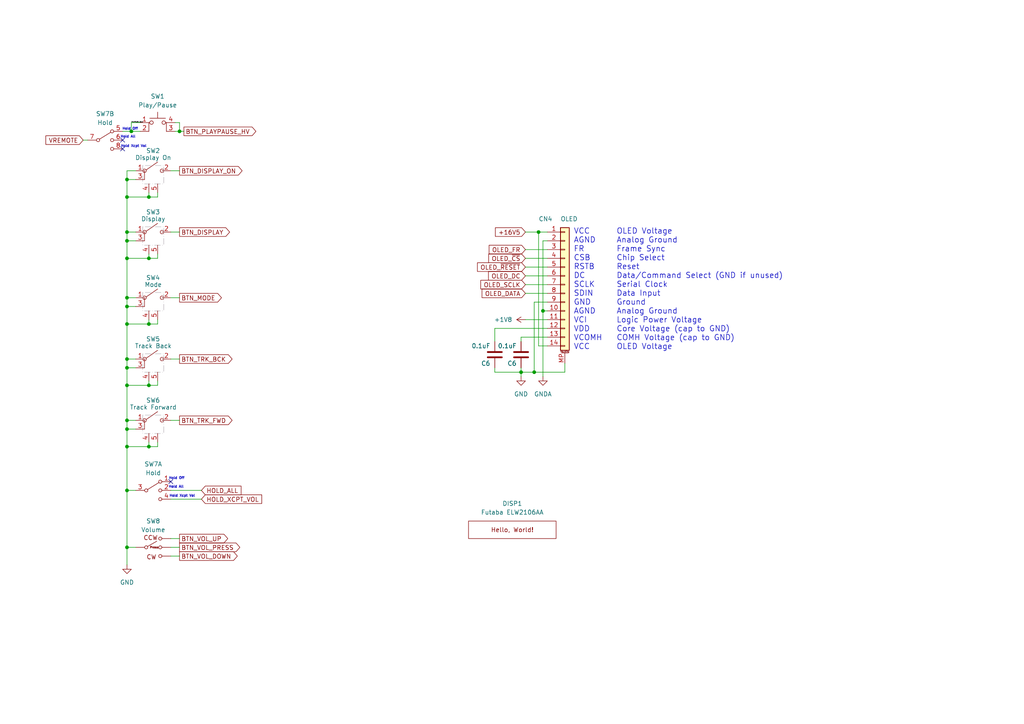
<source format=kicad_sch>
(kicad_sch (version 20230121) (generator eeschema)
  (paper "A4")
  (lib_symbols
    (symbol "Connector_Generic_MountingPin:Conn_01x14_MountingPin" (pin_names (offset 1.016) hide)
      (property "Reference" "J" (at 0 17.78 0))
      (property "Value" "Conn_01x14_MountingPin" (at 1.27 -20.32 0))
      (symbol "Conn_01x14_MountingPin_1_1"
        (rectangle (start -1.27 -17.653) (end 0 -17.907) (stroke (width 0.1524)))
        (rectangle (start -1.27 -15.113) (end 0 -15.367) (stroke (width 0.1524)))
        (rectangle (start -1.27 -12.573) (end 0 -12.827) (stroke (width 0.1524)))
        (rectangle (start -1.27 -10.033) (end 0 -10.287) (stroke (width 0.1524)))
        (rectangle (start -1.27 -7.493) (end 0 -7.747) (stroke (width 0.1524)))
        (rectangle (start -1.27 -4.953) (end 0 -5.207) (stroke (width 0.1524)))
        (rectangle (start -1.27 -2.413) (end 0 -2.667) (stroke (width 0.1524)))
        (rectangle (start -1.27 0.127) (end 0 -0.127) (stroke (width 0.1524)))
        (rectangle (start -1.27 2.667) (end 0 2.413) (stroke (width 0.1524)))
        (rectangle (start -1.27 5.207) (end 0 4.953) (stroke (width 0.1524)))
        (rectangle (start -1.27 7.747) (end 0 7.493) (stroke (width 0.1524)))
        (rectangle (start -1.27 10.287) (end 0 10.033) (stroke (width 0.1524)))
        (rectangle (start -1.27 12.827) (end 0 12.573) (stroke (width 0.1524)))
        (rectangle (start -1.27 15.367) (end 0 15.113) (stroke (width 0.1524)))
        (rectangle (start -1.27 16.51) (end 1.27 -19.05) (stroke (width 0.254)) (fill (type background)))
        (polyline (pts (xy -1.016 -19.812) (xy 1.016 -19.812)) (stroke (width 0.1524)))
        (text "Mounting" (at 0 -19.431 0) (effects (font (size 0.381 0.381))))
        (pin passive line (at -5.08 15.24 0) (length 3.81) (name "Pin_1") (number "1"))
        (pin passive line (at -5.08 -7.62 0) (length 3.81) (name "Pin_10") (number "10"))
        (pin passive line (at -5.08 -10.16 0) (length 3.81) (name "Pin_11") (number "11"))
        (pin passive line (at -5.08 -12.7 0) (length 3.81) (name "Pin_12") (number "12"))
        (pin passive line (at -5.08 -15.24 0) (length 3.81) (name "Pin_13") (number "13"))
        (pin passive line (at -5.08 -17.78 0) (length 3.81) (name "Pin_14") (number "14"))
        (pin passive line (at -5.08 12.7 0) (length 3.81) (name "Pin_2") (number "2"))
        (pin passive line (at -5.08 10.16 0) (length 3.81) (name "Pin_3") (number "3"))
        (pin passive line (at -5.08 7.62 0) (length 3.81) (name "Pin_4") (number "4"))
        (pin passive line (at -5.08 5.08 0) (length 3.81) (name "Pin_5") (number "5"))
        (pin passive line (at -5.08 2.54 0) (length 3.81) (name "Pin_6") (number "6"))
        (pin passive line (at -5.08 0 0) (length 3.81) (name "Pin_7") (number "7"))
        (pin passive line (at -5.08 -2.54 0) (length 3.81) (name "Pin_8") (number "8"))
        (pin passive line (at -5.08 -5.08 0) (length 3.81) (name "Pin_9") (number "9"))
        (pin passive line (at 0 -22.86 90) (length 3.048) (name "MountPin") (number "MP"))
      )
    )
    (symbol "Device:C" (pin_numbers hide) (pin_names (offset 0.254))
      (property "Reference" "C" (at 0.635 2.54 0))
      (property "Value" "C" (at 0.635 -2.54 0))
      (symbol "C_0_1"
        (polyline (pts (xy -2.032 -0.762) (xy 2.032 -0.762)) (stroke (width 0.508)))
        (polyline (pts (xy -2.032 0.762) (xy 2.032 0.762)) (stroke (width 0.508)))
      )
      (symbol "C_1_1"
        (pin passive line (at 0 3.81 270) (length 2.794) (name "~") (number "1"))
        (pin passive line (at 0 -3.81 90) (length 2.794) (name "~") (number "2"))
      )
    )
    (symbol "Switch:SW_DP3T" (pin_names (offset 0) hide)
      (property "Reference" "SW" (at 0 5.08 0))
      (property "Value" "SW_DP3T" (at 0 -5.08 0))
      (symbol "SW_DP3T_0_1"
        (circle (center -2.032 0) (radius 0.4572))
        (polyline (pts (xy -1.651 0.254) (xy 1.651 2.286)))
        (circle (center 2.032 -2.54) (radius 0.4572))
        (circle (center 2.032 0) (radius 0.4572))
        (circle (center 2.032 2.54) (radius 0.4572))
      )
      (symbol "SW_DP3T_1_1"
        (pin passive line (at 5.08 2.54 180) (length 2.54) (name "1") (number "1"))
        (pin passive line (at 5.08 0 180) (length 2.54) (name "2") (number "2"))
        (pin passive line (at -5.08 0 0) (length 2.54) (name "3") (number "3"))
        (pin passive line (at 5.08 -2.54 180) (length 2.54) (name "4") (number "4"))
      )
      (symbol "SW_DP3T_2_1"
        (pin passive line (at 5.08 2.54 180) (length 2.54) (name "5") (number "5"))
        (pin passive line (at 5.08 0 180) (length 2.54) (name "6") (number "6"))
        (pin passive line (at -5.08 0 0) (length 2.54) (name "7") (number "7"))
        (pin passive line (at 5.08 -2.54 180) (length 2.54) (name "8") (number "8"))
      )
    )
    (symbol "Switch:SW_MEC_5E" (pin_names (offset 1.016) hide)
      (property "Reference" "SW" (at 0.635 5.715 0))
      (property "Value" "SW_MEC_5E" (at 0 -3.175 0))
      (symbol "SW_MEC_5E_0_1"
        (circle (center -1.778 2.54) (radius 0.508))
        (polyline (pts (xy -2.286 3.81) (xy 2.286 3.81)))
        (polyline (pts (xy 0 3.81) (xy 0 5.588)))
        (polyline (pts (xy -2.54 0) (xy -2.54 2.54) (xy -2.286 2.54)))
        (polyline (pts (xy 2.54 0) (xy 2.54 2.54) (xy 2.286 2.54)))
        (circle (center 1.778 2.54) (radius 0.508))
        (pin passive line (at -5.08 2.54 0) (length 2.54) (name "1") (number "1"))
        (pin passive line (at -5.08 0 0) (length 2.54) (name "2") (number "2"))
        (pin passive line (at 5.08 0 180) (length 2.54) (name "K") (number "3"))
        (pin passive line (at 5.08 2.54 180) (length 2.54) (name "A") (number "4"))
      )
    )
    (symbol "md-bt-remote:FUTABA-ELW2106AA"
      (property "Reference" "DISP" (at 0 0 0))
      (property "Value" "Futaba ELW2106AA" (at 0 -2.54 0))
      (symbol "FUTABA-ELW2106AA_0_1"
        (rectangle (start -12.7 -5.08) (end 12.7 -10.16))
      )
      (symbol "FUTABA-ELW2106AA_1_1"
        (text "Hello, World!" (at 0 -7.62 0) (effects (font (size 1.27 1.27))))
      )
    )
    (symbol "md-bt-remote:SWITCH-NAV" (pin_numbers hide) (pin_names hide)
      (property "Reference" "SW" (at 5.588 8.128 0))
      (property "Value" "Nav Switch" (at 5.588 6.096 0))
      (symbol "SWITCH-NAV_0_1"
        (polyline (pts (xy 3.429 0.254) (xy 6.096 1.778)))
        (circle (center 3.048 0) (radius 0.4572))
        (circle (center 7.112 -2.54) (radius 0.4572))
        (circle (center 7.112 0) (radius 0.4572))
        (circle (center 7.112 2.54) (radius 0.4572))
      )
      (symbol "SWITCH-NAV_1_1"
        (text "CCW" (at 4.318 2.794 0) (effects (font (size 1.27 1.27))))
        (text "CW" (at 4.572 -2.794 0) (effects (font (size 1.27 1.27))))
        (text "Press" (at 5.334 0 0) (effects (font (size 0.6 0.6))))
        (pin passive line (at 10.16 2.54 180) (length 2.54) (name "1") (number "1"))
        (pin passive line (at 10.16 -2.54 180) (length 2.54) (name "2") (number "2"))
        (pin passive line (at 0 0 0) (length 2.54) (name "C") (number "C"))
        (pin passive line (at 10.16 0 180) (length 2.54) (name "T") (number "T"))
      )
    )
    (symbol "md-bt-remote:SWITCH-SPST-3PIN-2GND" (pin_names hide)
      (property "Reference" "SW" (at -2.794 2.286 0))
      (property "Value" "~" (at 1.778 2.286 0))
      (symbol "SWITCH-SPST-3PIN-2GND_0_0"
        (circle (center -2.54 -1.27) (radius 0.508))
        (polyline (pts (xy -2.032 -1.016) (xy 1.27 1.27)))
        (circle (center 2.54 -1.27) (radius 0.508))
      )
      (symbol "SWITCH-SPST-3PIN-2GND_0_1"
        (polyline (pts (xy -2.54 -1.27) (xy -2.54 -3.81)))
      )
      (symbol "SWITCH-SPST-3PIN-2GND_1_1"
        (polyline (pts (xy -3.048 0.254) (xy -3.048 -5.08) (xy 3.048 -5.08) (xy 3.048 0.254) (xy -3.048 0.254)) (stroke (width 0) (type dash_dot) (color 189 184 189 1)))
        (pin passive line (at -5.08 -1.27 0) (length 2.54) (name "A") (number "1"))
        (pin passive line (at 5.08 -1.27 180) (length 2.54) (name "B") (number "2"))
        (pin passive line (at -5.08 -3.81 0) (length 2.54) (name "AA") (number "3"))
        (pin passive line (at -1.27 -7.62 90) (length 2.54) (name "GND") (number "4"))
        (pin passive line (at 1.27 -7.62 90) (length 2.54) (name "GND") (number "5"))
      )
    )
    (symbol "power:+1V8" (power) (pin_names (offset 0))
      (property "Value" "+1V8" (at 0 3.556 0))
      (symbol "+1V8_0_1"
        (polyline (pts (xy -0.762 1.27) (xy 0 2.54)))
        (polyline (pts (xy 0 0) (xy 0 2.54)))
        (polyline (pts (xy 0 2.54) (xy 0.762 1.27)))
      )
      (symbol "+1V8_1_1"
        (pin power_in line (at 0 0 90) (length 0) hide (name "+1V8") (number "1"))
      )
    )
    (symbol "power:GND" (power) (pin_names (offset 0))
      (property "Value" "GND" (at 0 -3.81 0))
      (symbol "GND_0_1"
        (polyline (pts (xy 0 0) (xy 0 -1.27) (xy 1.27 -1.27) (xy 0 -2.54) (xy -1.27 -1.27) (xy 0 -1.27)))
      )
      (symbol "GND_1_1"
        (pin power_in line (at 0 0 270) (length 0) hide (name "GND") (number "1"))
      )
    )
    (symbol "power:GNDA" (power) (pin_names (offset 0))
      (property "Value" "GNDA" (at 0 -3.81 0))
      (symbol "GNDA_0_1"
        (polyline (pts (xy 0 0) (xy 0 -1.27) (xy 1.27 -1.27) (xy 0 -2.54) (xy -1.27 -1.27) (xy 0 -1.27)))
      )
      (symbol "GNDA_1_1"
        (pin power_in line (at 0 0 270) (length 0) hide (name "GNDA") (number "1"))
      )
    )
  )
  (junction (at 43.18 74.93))
  (junction (at 43.18 129.54))
  (junction (at 36.83 88.9))
  (junction (at 36.83 52.07))
  (junction (at 36.83 142.24))
  (junction (at 36.83 158.75))
  (junction (at 36.83 57.15))
  (junction (at 36.83 111.76))
  (junction (at 36.83 121.92))
  (junction (at 52.07 38.1))
  (junction (at 151.13 107.95))
  (junction (at 36.83 104.14))
  (junction (at 156.21 67.31))
  (junction (at 36.83 129.54))
  (junction (at 36.83 93.98))
  (junction (at 36.83 124.46))
  (junction (at 43.18 111.76))
  (junction (at 36.83 74.93))
  (junction (at 154.94 107.95))
  (junction (at 36.83 86.36))
  (junction (at 157.48 90.17))
  (junction (at 36.83 67.31))
  (junction (at 36.83 106.68))
  (junction (at 43.18 57.15))
  (junction (at 38.1 38.1))
  (junction (at 43.18 93.98))
  (junction (at 36.83 69.85))
  (no_connect (at 49.53 139.7))
  (no_connect (at 35.56 40.64))
  (no_connect (at 35.56 43.18))
  (wire (pts (xy 36.83 57.15) (xy 36.83 67.31)))
  (wire (pts (xy 35.56 38.1) (xy 38.1 38.1)))
  (wire (pts (xy 36.83 57.15) (xy 36.83 52.07)))
  (wire (pts (xy 151.13 97.79) (xy 158.75 97.79)))
  (wire (pts (xy 143.51 106.68) (xy 143.51 107.95)))
  (wire (pts (xy 38.1 38.1) (xy 38.1 35.56)))
  (wire (pts (xy 39.37 121.92) (xy 36.83 121.92)))
  (wire (pts (xy 45.72 110.49) (xy 45.72 111.76)))
  (wire (pts (xy 36.83 74.93) (xy 43.18 74.93)))
  (wire (pts (xy 36.83 52.07) (xy 39.37 52.07)))
  (wire (pts (xy 38.1 35.56) (xy 40.64 35.56)))
  (wire (pts (xy 45.72 73.66) (xy 45.72 74.93)))
  (wire (pts (xy 36.83 142.24) (xy 39.37 142.24)))
  (wire (pts (xy 39.37 124.46) (xy 36.83 124.46)))
  (wire (pts (xy 43.18 111.76) (xy 36.83 111.76)))
  (wire (pts (xy 49.53 161.29) (xy 52.07 161.29)))
  (wire (pts (xy 152.4 80.01) (xy 158.75 80.01)))
  (wire (pts (xy 43.18 110.49) (xy 43.18 111.76)))
  (wire (pts (xy 36.83 67.31) (xy 39.37 67.31)))
  (wire (pts (xy 52.07 38.1) (xy 53.34 38.1)))
  (wire (pts (xy 45.72 111.76) (xy 43.18 111.76)))
  (wire (pts (xy 152.4 77.47) (xy 158.75 77.47)))
  (wire (pts (xy 163.83 105.41) (xy 163.83 107.95)))
  (wire (pts (xy 158.75 90.17) (xy 157.48 90.17)))
  (wire (pts (xy 50.8 38.1) (xy 52.07 38.1)))
  (wire (pts (xy 45.72 55.88) (xy 45.72 57.15)))
  (wire (pts (xy 36.83 129.54) (xy 36.83 142.24)))
  (wire (pts (xy 36.83 67.31) (xy 36.83 69.85)))
  (wire (pts (xy 49.53 142.24) (xy 58.42 142.24)))
  (wire (pts (xy 36.83 88.9) (xy 39.37 88.9)))
  (wire (pts (xy 49.53 121.92) (xy 52.07 121.92)))
  (wire (pts (xy 45.72 92.71) (xy 45.72 93.98)))
  (wire (pts (xy 36.83 158.75) (xy 36.83 163.83)))
  (wire (pts (xy 152.4 67.31) (xy 156.21 67.31)))
  (wire (pts (xy 36.83 104.14) (xy 39.37 104.14)))
  (wire (pts (xy 49.53 156.21) (xy 52.07 156.21)))
  (wire (pts (xy 36.83 142.24) (xy 36.83 158.75)))
  (wire (pts (xy 52.07 35.56) (xy 52.07 38.1)))
  (wire (pts (xy 49.53 158.75) (xy 52.07 158.75)))
  (wire (pts (xy 49.53 104.14) (xy 52.07 104.14)))
  (wire (pts (xy 151.13 97.79) (xy 151.13 99.06)))
  (wire (pts (xy 157.48 69.85) (xy 157.48 90.17)))
  (wire (pts (xy 156.21 67.31) (xy 158.75 67.31)))
  (wire (pts (xy 50.8 35.56) (xy 52.07 35.56)))
  (wire (pts (xy 152.4 85.09) (xy 158.75 85.09)))
  (wire (pts (xy 24.13 40.64) (xy 25.4 40.64)))
  (wire (pts (xy 36.83 111.76) (xy 36.83 121.92)))
  (wire (pts (xy 49.53 86.36) (xy 52.07 86.36)))
  (wire (pts (xy 143.51 107.95) (xy 151.13 107.95)))
  (wire (pts (xy 43.18 57.15) (xy 45.72 57.15)))
  (wire (pts (xy 143.51 95.25) (xy 143.51 99.06)))
  (wire (pts (xy 156.21 67.31) (xy 156.21 100.33)))
  (wire (pts (xy 152.4 74.93) (xy 158.75 74.93)))
  (wire (pts (xy 36.83 88.9) (xy 36.83 86.36)))
  (wire (pts (xy 36.83 124.46) (xy 36.83 129.54)))
  (wire (pts (xy 36.83 69.85) (xy 36.83 74.93)))
  (wire (pts (xy 43.18 74.93) (xy 45.72 74.93)))
  (wire (pts (xy 38.1 38.1) (xy 40.64 38.1)))
  (wire (pts (xy 36.83 74.93) (xy 36.83 86.36)))
  (wire (pts (xy 151.13 107.95) (xy 151.13 109.22)))
  (wire (pts (xy 36.83 93.98) (xy 36.83 88.9)))
  (wire (pts (xy 36.83 158.75) (xy 39.37 158.75)))
  (wire (pts (xy 158.75 69.85) (xy 157.48 69.85)))
  (wire (pts (xy 158.75 87.63) (xy 154.94 87.63)))
  (wire (pts (xy 36.83 106.68) (xy 39.37 106.68)))
  (wire (pts (xy 154.94 87.63) (xy 154.94 107.95)))
  (wire (pts (xy 45.72 129.54) (xy 43.18 129.54)))
  (wire (pts (xy 152.4 82.55) (xy 158.75 82.55)))
  (wire (pts (xy 45.72 128.27) (xy 45.72 129.54)))
  (wire (pts (xy 36.83 93.98) (xy 36.83 104.14)))
  (wire (pts (xy 49.53 67.31) (xy 52.07 67.31)))
  (wire (pts (xy 143.51 95.25) (xy 158.75 95.25)))
  (wire (pts (xy 36.83 52.07) (xy 36.83 49.53)))
  (wire (pts (xy 36.83 111.76) (xy 36.83 106.68)))
  (wire (pts (xy 157.48 90.17) (xy 157.48 109.22)))
  (wire (pts (xy 158.75 100.33) (xy 156.21 100.33)))
  (wire (pts (xy 49.53 49.53) (xy 52.07 49.53)))
  (wire (pts (xy 49.53 144.78) (xy 58.42 144.78)))
  (wire (pts (xy 36.83 121.92) (xy 36.83 124.46)))
  (wire (pts (xy 43.18 55.88) (xy 43.18 57.15)))
  (wire (pts (xy 151.13 107.95) (xy 154.94 107.95)))
  (wire (pts (xy 36.83 57.15) (xy 43.18 57.15)))
  (wire (pts (xy 36.83 93.98) (xy 43.18 93.98)))
  (wire (pts (xy 36.83 106.68) (xy 36.83 104.14)))
  (wire (pts (xy 152.4 92.71) (xy 158.75 92.71)))
  (wire (pts (xy 43.18 73.66) (xy 43.18 74.93)))
  (wire (pts (xy 43.18 93.98) (xy 45.72 93.98)))
  (wire (pts (xy 36.83 49.53) (xy 39.37 49.53)))
  (wire (pts (xy 39.37 69.85) (xy 36.83 69.85)))
  (wire (pts (xy 151.13 106.68) (xy 151.13 107.95)))
  (wire (pts (xy 152.4 72.39) (xy 158.75 72.39)))
  (wire (pts (xy 36.83 86.36) (xy 39.37 86.36)))
  (wire (pts (xy 43.18 129.54) (xy 36.83 129.54)))
  (wire (pts (xy 43.18 128.27) (xy 43.18 129.54)))
  (wire (pts (xy 43.18 92.71) (xy 43.18 93.98)))
  (wire (pts (xy 163.83 107.95) (xy 154.94 107.95)))
  (text "Hold Off" (at 35.4405 37.9004 0) (effects (font (size 0.7 0.7)) (justify left bottom)))
  (text "Hold All" (at 48.8807 141.7339 0) (effects (font (size 0.7 0.7)) (justify left bottom)))
  (text "Hold All" (at 34.9107 40.1869 0) (effects (font (size 0.7 0.7)) (justify left bottom)))
  (text "Hold Off" (at 48.9353 139.2239 0) (effects (font (size 0.7 0.7)) (justify left bottom)))
  (text "Hold Xcpt Vol" (at 49.0989 144.3529 0) (effects (font (size 0.7 0.7)) (justify left bottom)))
  (text "VCC		OLED Voltage\nAGND	Analog Ground\nFR		Frame Sync\nCSB		Chip Select\nRSTB	Reset\nDC		Data/Command Select (GND if unused)\nSCLK	Serial Clock\nSDIN	Data Input\nGND		Ground\nAGND	Analog Ground\nVCI		Logic Power Voltage\nVDD		Core Voltage (cap to GND)\nVCOMH	COMH Voltage (cap to GND)\nVCC		OLED Voltage" (at 166.37 101.6 0) (effects (font (size 1.6 1.6)) (justify left bottom)))
  (text "Hold Xcpt Vol" (at 35.0198 42.9151 0) (effects (font (size 0.7 0.7)) (justify left bottom)))
  (label "PLAYPAUSE_HOLD" (at 38.1 35.56 0) (effects (font (size 0.25 0.25))))
  (global_label "HOLD_XCPT_VOL" (shape input) (at 58.42 144.78 0) (property "Intersheetrefs" "${INTERSHEET_REFS}" (effects hide)))
  (global_label "BTN_DISPLAY_ON" (shape output) (at 52.07 49.53 0) (property "Intersheetrefs" "${INTERSHEET_REFS}" (effects hide)))
  (global_label "BTN_TRK_FWD" (shape output) (at 52.07 121.92 0) (property "Intersheetrefs" "${INTERSHEET_REFS}" (effects hide)))
  (global_label "OLED_FR" (shape input) (at 152.4 72.39 180) (property "Intersheetrefs" "${INTERSHEET_REFS}" (effects hide)))
  (global_label "OLED_~{CS}" (shape input) (at 152.4 74.93 180) (property "Intersheetrefs" "${INTERSHEET_REFS}" (effects hide)))
  (global_label "OLED_~{RESET}" (shape input) (at 152.4 77.47 180) (property "Intersheetrefs" "${INTERSHEET_REFS}" (effects hide)))
  (global_label "BTN_VOL_PRESS" (shape output) (at 52.07 158.75 0) (property "Intersheetrefs" "${INTERSHEET_REFS}" (effects hide)))
  (global_label "BTN_VOL_DOWN" (shape output) (at 52.07 161.29 0) (property "Intersheetrefs" "${INTERSHEET_REFS}" (effects hide)))
  (global_label "BTN_VOL_UP" (shape output) (at 52.07 156.21 0) (property "Intersheetrefs" "${INTERSHEET_REFS}" (effects hide)))
  (global_label "OLED_DATA" (shape input) (at 152.4 85.09 180) (property "Intersheetrefs" "${INTERSHEET_REFS}" (effects hide)))
  (global_label "BTN_TRK_BCK" (shape output) (at 52.07 104.14 0) (property "Intersheetrefs" "${INTERSHEET_REFS}" (effects hide)))
  (global_label "OLED_DC" (shape input) (at 152.4 80.01 180) (property "Intersheetrefs" "${INTERSHEET_REFS}" (effects hide)))
  (global_label "VREMOTE" (shape input) (at 24.13 40.64 180) (property "Intersheetrefs" "${INTERSHEET_REFS}" (effects hide)))
  (global_label "+16V5" (shape input) (at 152.4 67.31 180) (property "Intersheetrefs" "${INTERSHEET_REFS}" (effects hide)))
  (global_label "BTN_DISPLAY" (shape output) (at 52.07 67.31 0) (property "Intersheetrefs" "${INTERSHEET_REFS}" (effects hide)))
  (global_label "HOLD_ALL" (shape input) (at 58.42 142.24 0) (property "Intersheetrefs" "${INTERSHEET_REFS}" (effects hide)))
  (global_label "BTN_MODE" (shape output) (at 52.07 86.36 0) (property "Intersheetrefs" "${INTERSHEET_REFS}" (effects hide)))
  (global_label "OLED_SCLK" (shape input) (at 152.4 82.55 180) (property "Intersheetrefs" "${INTERSHEET_REFS}" (effects hide)))
  (global_label "BTN_PLAYPAUSE_HV" (shape output) (at 53.34 38.1 0) (property "Intersheetrefs" "${INTERSHEET_REFS}" (effects hide)))
  (symbol (lib_id "md-bt-remote:SWITCH-NAV") (at 39.37 158.75 0) (unit 1)
    (property "Reference" "SW8" (at 44.45 151.13 0))
    (property "Value" "Volume" (at 44.45 153.67 0))
    (property "Footprint" "bt-md-remote:SFE-COM-08184" (effects hide))
  )
  (symbol (lib_id "Switch:SW_DP3T") (at 44.45 142.24 0) (unit 1)
    (property "Reference" "SW7" (at 44.45 134.62 0))
    (property "Value" "Hold" (at 44.45 137.16 0))
    (property "Footprint" "bt-md-remote:CK-JS203011JAQN" (effects hide))
  )
  (symbol (lib_id "Device:C") (at 151.13 102.87 0) (unit 1)
    (property "Reference" "C6" (at 149.86 105.41 0) (effects (justify right)))
    (property "Value" "0.1uF" (at 149.86 100.33 0) (effects (justify right)))
    (property "Footprint" "Capacitor_SMD:C_0402_1005Metric" (effects hide))
    (instances (project "bt-md-remote" (path "" (reference "C6") (unit 1)) (path "" (reference "C12") (unit 1))))
  )
  (symbol (lib_id "Connector_Generic_MountingPin:Conn_01x14_MountingPin") (at 163.83 82.55 0) (unit 1)
    (property "Reference" "CN4" (at 156.21 63.5 0) (effects (justify left)))
    (property "Value" "OLED" (at 162.56 63.5 0) (effects (justify left)))
    (property "Footprint" "bt-md-remote:AMPHENOL-F3311A7H121014E200" (effects hide))
  )
  (symbol (lib_id "Device:C") (at 143.51 102.87 0) (unit 1)
    (property "Reference" "C6" (at 142.24 105.41 0) (effects (justify right)))
    (property "Value" "0.1uF" (at 142.24 100.33 0) (effects (justify right)))
    (property "Footprint" "Capacitor_SMD:C_0402_1005Metric" (effects hide))
    (instances (project "bt-md-remote" (path "" (reference "C6") (unit 1)) (path "" (reference "C11") (unit 1))))
  )
  (symbol (lib_id "md-bt-remote:SWITCH-SPST-3PIN-2GND") (at 44.45 48.26 0) (unit 1)
    (property "Reference" "SW2" (at 44.4014 43.725 0))
    (property "Value" "Display On" (at 44.45 45.72 0))
    (property "Footprint" "bt-md-remote:CUI-TS22" (effects hide))
  )
  (symbol (lib_id "md-bt-remote:FUTABA-ELW2106AA") (at 148.59 146.05 0) (unit 1)
    (property "Reference" "DISP1" (at 148.59 146.05 0))
    (property "Value" "Futaba ELW2106AA" (at 148.59 148.59 0))
    (property "Footprint" "bt-md-remote:FUTABA-ELW2106AA" (effects hide))
  )
  (symbol (lib_id "md-bt-remote:SWITCH-SPST-3PIN-2GND") (at 44.45 120.65 0) (unit 1)
    (property "Reference" "SW6" (at 44.4014 116.115 0))
    (property "Value" "Track Forward" (at 44.45 118.11 0))
    (property "Footprint" "bt-md-remote:CUI-TS22" (effects hide))
  )
  (symbol (lib_id "md-bt-remote:SWITCH-SPST-3PIN-2GND") (at 44.45 102.87 0) (unit 1)
    (property "Reference" "SW5" (at 44.4014 98.335 0))
    (property "Value" "Track Back" (at 44.45 100.33 0))
    (property "Footprint" "bt-md-remote:CUI-TS22" (effects hide))
  )
  (symbol (lib_id "power:GND") (at 36.83 163.83 0) (unit 1)
    (property "Reference" "#PWR011" (effects hide))
    (property "Value" "GND" (at 36.83 168.91 0))
    (instances (project "bt-md-remote" (path "" (reference "#PWR011") (unit 1)) (path "" (reference "#PWR020") (unit 1))))
  )
  (symbol (lib_id "Switch:SW_MEC_5E") (at 45.72 38.1 0) (unit 1)
    (property "Reference" "SW1" (at 45.72 27.94 0))
    (property "Value" "Play/Pause" (at 45.72 30.48 0))
    (property "Footprint" "bt-md-remote:ESWITCH-TL3315" (effects hide))
    (property "Datasheet" "http://www.apem.com/int/index.php?controller=attachment&id_attachment=1371" (effects hide))
  )
  (symbol (lib_id "md-bt-remote:SWITCH-SPST-3PIN-2GND") (at 44.45 85.09 0) (unit 1)
    (property "Reference" "SW4" (at 44.4014 80.555 0))
    (property "Value" "Mode" (at 44.45 82.55 0))
    (property "Footprint" "bt-md-remote:CUI-TS22" (effects hide))
  )
  (symbol (lib_id "Switch:SW_DP3T") (at 30.48 40.64 0) (unit 2)
    (property "Reference" "SW7" (at 30.48 33.02 0))
    (property "Value" "Hold" (at 30.48 35.56 0))
    (property "Footprint" "bt-md-remote:CK-JS203011JAQN" (effects hide))
  )
  (symbol (lib_id "power:GNDA") (at 157.48 109.22 0) (unit 1)
    (property "Reference" "#PWR022" (effects hide))
    (property "Value" "GNDA" (at 157.48 114.3 0))
  )
  (symbol (lib_id "power:+1V8") (at 152.4 92.71 90) (unit 1)
    (property "Reference" "#PWR010" (effects hide))
    (property "Value" "+1V8" (at 148.59 92.71 90) (effects (justify left)))
    (instances (project "bt-md-remote" (path "" (reference "#PWR010") (unit 1)) (path "" (reference "#PWR023") (unit 1))))
  )
  (symbol (lib_id "md-bt-remote:SWITCH-SPST-3PIN-2GND") (at 44.45 66.04 0) (unit 1)
    (property "Reference" "SW3" (at 44.4014 61.505 0))
    (property "Value" "Display" (at 44.45 63.5 0))
    (property "Footprint" "bt-md-remote:CUI-TS22" (effects hide))
  )
  (symbol (lib_id "power:GND") (at 151.13 109.22 0) (unit 1)
    (property "Reference" "#PWR011" (effects hide))
    (property "Value" "GND" (at 151.13 114.3 0))
    (instances (project "bt-md-remote" (path "" (reference "#PWR011") (unit 1)) (path "" (reference "#PWR021") (unit 1))))
  )
)
</source>
